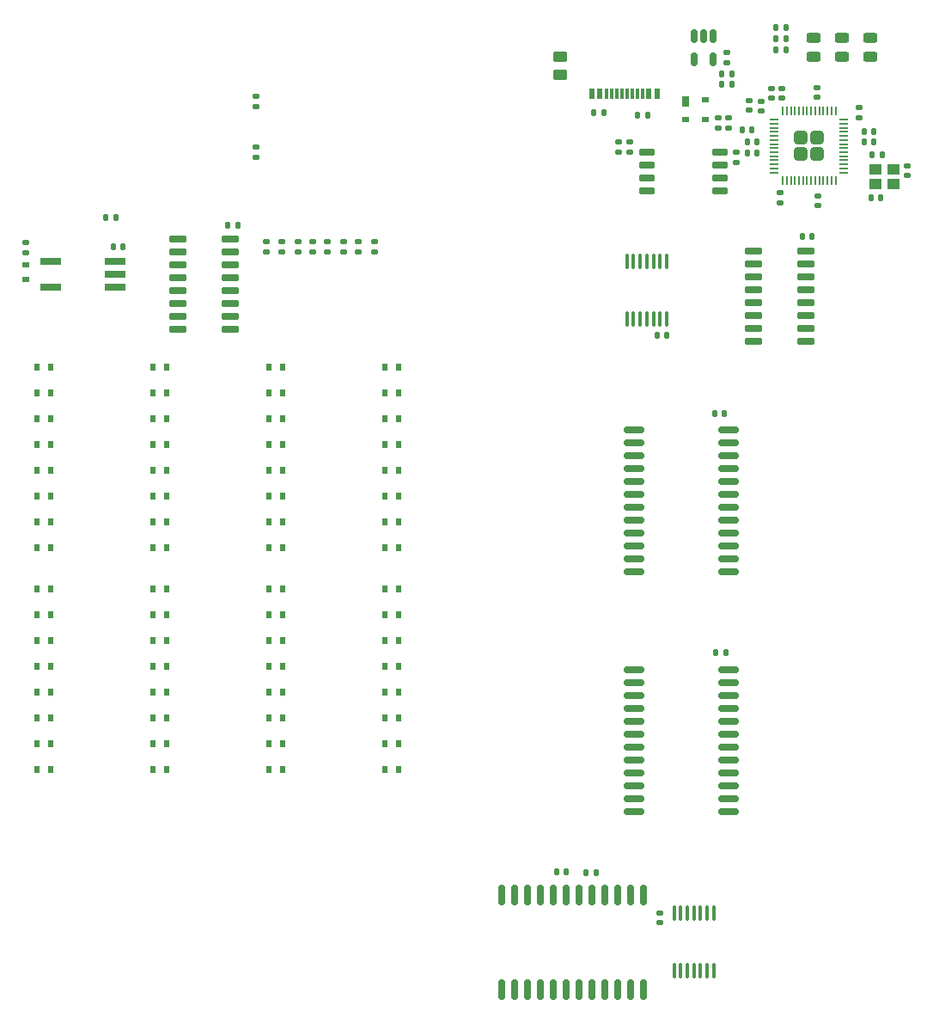
<source format=gtp>
G04 #@! TF.GenerationSoftware,KiCad,Pcbnew,6.0.9*
G04 #@! TF.CreationDate,2022-12-27T21:22:08+01:00*
G04 #@! TF.ProjectId,OpenDeck-r2.2.1,4f70656e-4465-4636-9b2d-72322e322e30,rev?*
G04 #@! TF.SameCoordinates,Original*
G04 #@! TF.FileFunction,Paste,Top*
G04 #@! TF.FilePolarity,Positive*
%FSLAX46Y46*%
G04 Gerber Fmt 4.6, Leading zero omitted, Abs format (unit mm)*
G04 Created by KiCad (PCBNEW 6.0.9) date 2022-12-27 21:22:08*
%MOMM*%
%LPD*%
G01*
G04 APERTURE LIST*
G04 Aperture macros list*
%AMRoundRect*
0 Rectangle with rounded corners*
0 $1 Rounding radius*
0 $2 $3 $4 $5 $6 $7 $8 $9 X,Y pos of 4 corners*
0 Add a 4 corners polygon primitive as box body*
4,1,4,$2,$3,$4,$5,$6,$7,$8,$9,$2,$3,0*
0 Add four circle primitives for the rounded corners*
1,1,$1+$1,$2,$3*
1,1,$1+$1,$4,$5*
1,1,$1+$1,$6,$7*
1,1,$1+$1,$8,$9*
0 Add four rect primitives between the rounded corners*
20,1,$1+$1,$2,$3,$4,$5,0*
20,1,$1+$1,$4,$5,$6,$7,0*
20,1,$1+$1,$6,$7,$8,$9,0*
20,1,$1+$1,$8,$9,$2,$3,0*%
G04 Aperture macros list end*
%ADD10R,0.600000X0.700000*%
%ADD11RoundRect,0.140000X-0.140000X-0.170000X0.140000X-0.170000X0.140000X0.170000X-0.140000X0.170000X0*%
%ADD12RoundRect,0.135000X0.185000X-0.135000X0.185000X0.135000X-0.185000X0.135000X-0.185000X-0.135000X0*%
%ADD13R,0.600000X1.140000*%
%ADD14R,0.300000X1.140000*%
%ADD15RoundRect,0.135000X-0.135000X-0.185000X0.135000X-0.185000X0.135000X0.185000X-0.135000X0.185000X0*%
%ADD16RoundRect,0.150000X-0.875000X-0.150000X0.875000X-0.150000X0.875000X0.150000X-0.875000X0.150000X0*%
%ADD17RoundRect,0.140000X-0.170000X0.140000X-0.170000X-0.140000X0.170000X-0.140000X0.170000X0.140000X0*%
%ADD18RoundRect,0.140000X0.140000X0.170000X-0.140000X0.170000X-0.140000X-0.170000X0.140000X-0.170000X0*%
%ADD19RoundRect,0.150000X0.150000X-0.875000X0.150000X0.875000X-0.150000X0.875000X-0.150000X-0.875000X0*%
%ADD20RoundRect,0.135000X-0.185000X0.135000X-0.185000X-0.135000X0.185000X-0.135000X0.185000X0.135000X0*%
%ADD21RoundRect,0.150000X-0.725000X-0.150000X0.725000X-0.150000X0.725000X0.150000X-0.725000X0.150000X0*%
%ADD22RoundRect,0.243750X0.456250X-0.243750X0.456250X0.243750X-0.456250X0.243750X-0.456250X-0.243750X0*%
%ADD23RoundRect,0.150000X-0.150000X0.512500X-0.150000X-0.512500X0.150000X-0.512500X0.150000X0.512500X0*%
%ADD24R,0.700000X0.600000*%
%ADD25R,0.700000X1.000000*%
%ADD26RoundRect,0.140000X0.170000X-0.140000X0.170000X0.140000X-0.170000X0.140000X-0.170000X-0.140000X0*%
%ADD27RoundRect,0.135000X0.135000X0.185000X-0.135000X0.185000X-0.135000X-0.185000X0.135000X-0.185000X0*%
%ADD28RoundRect,0.249999X0.395001X-0.395001X0.395001X0.395001X-0.395001X0.395001X-0.395001X-0.395001X0*%
%ADD29RoundRect,0.050000X0.050000X-0.387500X0.050000X0.387500X-0.050000X0.387500X-0.050000X-0.387500X0*%
%ADD30RoundRect,0.050000X0.387500X-0.050000X0.387500X0.050000X-0.387500X0.050000X-0.387500X-0.050000X0*%
%ADD31RoundRect,0.150000X-0.650000X-0.150000X0.650000X-0.150000X0.650000X0.150000X-0.650000X0.150000X0*%
%ADD32RoundRect,0.250000X0.450000X-0.262500X0.450000X0.262500X-0.450000X0.262500X-0.450000X-0.262500X0*%
%ADD33R,1.150000X1.000000*%
%ADD34RoundRect,0.100000X-0.100000X0.637500X-0.100000X-0.637500X0.100000X-0.637500X0.100000X0.637500X0*%
%ADD35RoundRect,0.100000X0.100000X-0.637500X0.100000X0.637500X-0.100000X0.637500X-0.100000X-0.637500X0*%
%ADD36R,2.000000X0.640000*%
G04 APERTURE END LIST*
D10*
X141286000Y-126746000D03*
X142686000Y-126746000D03*
X106996000Y-121666000D03*
X108396000Y-121666000D03*
X118426000Y-92202000D03*
X119826000Y-92202000D03*
X141286000Y-97282000D03*
X142686000Y-97282000D03*
D11*
X158220000Y-139400000D03*
X159180000Y-139400000D03*
D12*
X135600000Y-78310000D03*
X135600000Y-77290000D03*
D10*
X106996000Y-97282000D03*
X108396000Y-97282000D03*
X129856000Y-126746000D03*
X131256000Y-126746000D03*
D13*
X168100000Y-62750000D03*
X167300000Y-62750000D03*
D14*
X166150000Y-62750000D03*
X165150000Y-62750000D03*
X164650000Y-62750000D03*
X163650000Y-62750000D03*
D13*
X161700000Y-62750000D03*
X162500000Y-62750000D03*
D14*
X163150000Y-62750000D03*
X164150000Y-62750000D03*
X165650000Y-62750000D03*
X166650000Y-62750000D03*
D10*
X129856000Y-97282000D03*
X131256000Y-97282000D03*
D15*
X179790000Y-56200000D03*
X180810000Y-56200000D03*
D10*
X141286000Y-121666000D03*
X142686000Y-121666000D03*
D16*
X165822100Y-119481600D03*
X165822100Y-120751600D03*
X165822100Y-122021600D03*
X165822100Y-123291600D03*
X165822100Y-124561600D03*
X165822100Y-125831600D03*
X165822100Y-127101600D03*
X165822100Y-128371600D03*
X165822100Y-129641600D03*
X165822100Y-130911600D03*
X165822100Y-132181600D03*
X165822100Y-133451600D03*
X175122100Y-133451600D03*
X175122100Y-132181600D03*
X175122100Y-130911600D03*
X175122100Y-129641600D03*
X175122100Y-128371600D03*
X175122100Y-127101600D03*
X175122100Y-125831600D03*
X175122100Y-124561600D03*
X175122100Y-123291600D03*
X175122100Y-122021600D03*
X175122100Y-120751600D03*
X175122100Y-119481600D03*
D10*
X106996000Y-102362000D03*
X108396000Y-102362000D03*
D17*
X184000000Y-72820000D03*
X184000000Y-73780000D03*
D10*
X118426000Y-104902000D03*
X119826000Y-104902000D03*
D18*
X189480000Y-66500000D03*
X188520000Y-66500000D03*
D19*
X152819100Y-150928600D03*
X154089100Y-150928600D03*
X155359100Y-150928600D03*
X156629100Y-150928600D03*
X157899100Y-150928600D03*
X159169100Y-150928600D03*
X160439100Y-150928600D03*
X161709100Y-150928600D03*
X162979100Y-150928600D03*
X164249100Y-150928600D03*
X165519100Y-150928600D03*
X166789100Y-150928600D03*
X166789100Y-141628600D03*
X165519100Y-141628600D03*
X164249100Y-141628600D03*
X162979100Y-141628600D03*
X161709100Y-141628600D03*
X160439100Y-141628600D03*
X159169100Y-141628600D03*
X157899100Y-141628600D03*
X156629100Y-141628600D03*
X155359100Y-141628600D03*
X154089100Y-141628600D03*
X152819100Y-141628600D03*
D10*
X129856000Y-124206000D03*
X131256000Y-124206000D03*
X106996000Y-126746000D03*
X108396000Y-126746000D03*
X106996000Y-114046000D03*
X108396000Y-114046000D03*
D20*
X128600000Y-62990000D03*
X128600000Y-64010000D03*
D10*
X129856000Y-102362000D03*
X131256000Y-102362000D03*
X141286000Y-116586000D03*
X142686000Y-116586000D03*
X129856000Y-114046000D03*
X131256000Y-114046000D03*
D18*
X126780000Y-75700000D03*
X125820000Y-75700000D03*
D21*
X120907100Y-77063600D03*
X120907100Y-78333600D03*
X120907100Y-79603600D03*
X120907100Y-80873600D03*
X120907100Y-82143600D03*
X120907100Y-83413600D03*
X120907100Y-84683600D03*
X120907100Y-85953600D03*
X126057100Y-85953600D03*
X126057100Y-84683600D03*
X126057100Y-83413600D03*
X126057100Y-82143600D03*
X126057100Y-80873600D03*
X126057100Y-79603600D03*
X126057100Y-78333600D03*
X126057100Y-77063600D03*
D22*
X186300000Y-59137500D03*
X186300000Y-57262500D03*
D23*
X173650000Y-57062500D03*
X172700000Y-57062500D03*
X171750000Y-57062500D03*
X171750000Y-59337500D03*
X173650000Y-59337500D03*
D24*
X105900000Y-79600000D03*
X105900000Y-81000000D03*
D11*
X177020000Y-68600000D03*
X177980000Y-68600000D03*
D10*
X141286000Y-89662000D03*
X142686000Y-89662000D03*
D11*
X173920000Y-117800000D03*
X174880000Y-117800000D03*
D12*
X175200000Y-66110000D03*
X175200000Y-65090000D03*
D25*
X170900000Y-63550000D03*
D24*
X170900000Y-65250000D03*
X172900000Y-65250000D03*
X172900000Y-63350000D03*
D10*
X106996000Y-129286000D03*
X108396000Y-129286000D03*
X118426000Y-121666000D03*
X119826000Y-121666000D03*
X118426000Y-97282000D03*
X119826000Y-97282000D03*
X118426000Y-99822000D03*
X119826000Y-99822000D03*
X129856000Y-89662000D03*
X131256000Y-89662000D03*
D26*
X179400000Y-63180000D03*
X179400000Y-62220000D03*
D10*
X141286000Y-107442000D03*
X142686000Y-107442000D03*
X141286000Y-104902000D03*
X142686000Y-104902000D03*
X141286000Y-114046000D03*
X142686000Y-114046000D03*
D11*
X189220000Y-73000000D03*
X190180000Y-73000000D03*
D10*
X129856000Y-119126000D03*
X131256000Y-119126000D03*
D12*
X137200000Y-78310000D03*
X137200000Y-77290000D03*
D10*
X141286000Y-119126000D03*
X142686000Y-119126000D03*
X118426000Y-114046000D03*
X119826000Y-114046000D03*
X106996000Y-111506000D03*
X108396000Y-111506000D03*
D18*
X177980000Y-67500000D03*
X177020000Y-67500000D03*
D10*
X106996000Y-99822000D03*
X108396000Y-99822000D03*
X129856000Y-104902000D03*
X131256000Y-104902000D03*
D11*
X182400000Y-76800000D03*
X183360000Y-76800000D03*
D16*
X165822100Y-95859600D03*
X165822100Y-97129600D03*
X165822100Y-98399600D03*
X165822100Y-99669600D03*
X165822100Y-100939600D03*
X165822100Y-102209600D03*
X165822100Y-103479600D03*
X165822100Y-104749600D03*
X165822100Y-106019600D03*
X165822100Y-107289600D03*
X165822100Y-108559600D03*
X165822100Y-109829600D03*
X175122100Y-109829600D03*
X175122100Y-108559600D03*
X175122100Y-107289600D03*
X175122100Y-106019600D03*
X175122100Y-104749600D03*
X175122100Y-103479600D03*
X175122100Y-102209600D03*
X175122100Y-100939600D03*
X175122100Y-99669600D03*
X175122100Y-98399600D03*
X175122100Y-97129600D03*
X175122100Y-95859600D03*
D26*
X168400000Y-144380000D03*
X168400000Y-143420000D03*
D10*
X141286000Y-92202000D03*
X142686000Y-92202000D03*
D11*
X173802100Y-94208600D03*
X174762100Y-94208600D03*
D10*
X129856000Y-121666000D03*
X131256000Y-121666000D03*
D12*
X140300000Y-78310000D03*
X140300000Y-77290000D03*
D18*
X177480000Y-66300000D03*
X176520000Y-66300000D03*
D17*
X175900000Y-68520000D03*
X175900000Y-69480000D03*
D10*
X118426000Y-116586000D03*
X119826000Y-116586000D03*
X129856000Y-92202000D03*
X131256000Y-92202000D03*
X141286000Y-99822000D03*
X142686000Y-99822000D03*
D22*
X183500000Y-59137500D03*
X183500000Y-57262500D03*
D10*
X106996000Y-94742000D03*
X108396000Y-94742000D03*
D17*
X180200000Y-72520000D03*
X180200000Y-73480000D03*
D12*
X132700000Y-78310000D03*
X132700000Y-77290000D03*
D10*
X106996000Y-119126000D03*
X108396000Y-119126000D03*
D26*
X183900000Y-63080000D03*
X183900000Y-62120000D03*
D12*
X131100000Y-78310000D03*
X131100000Y-77290000D03*
D10*
X118426000Y-89662000D03*
X119826000Y-89662000D03*
D27*
X162910000Y-64600000D03*
X161890000Y-64600000D03*
D26*
X178400000Y-64480000D03*
X178400000Y-63520000D03*
D28*
X182300000Y-68700000D03*
X182300000Y-67100000D03*
X183900000Y-67100000D03*
X183900000Y-68700000D03*
D29*
X180500000Y-71337500D03*
X180900000Y-71337500D03*
X181300000Y-71337500D03*
X181700000Y-71337500D03*
X182100000Y-71337500D03*
X182500000Y-71337500D03*
X182900000Y-71337500D03*
X183300000Y-71337500D03*
X183700000Y-71337500D03*
X184100000Y-71337500D03*
X184500000Y-71337500D03*
X184900000Y-71337500D03*
X185300000Y-71337500D03*
X185700000Y-71337500D03*
D30*
X186537500Y-70500000D03*
X186537500Y-70100000D03*
X186537500Y-69700000D03*
X186537500Y-69300000D03*
X186537500Y-68900000D03*
X186537500Y-68500000D03*
X186537500Y-68100000D03*
X186537500Y-67700000D03*
X186537500Y-67300000D03*
X186537500Y-66900000D03*
X186537500Y-66500000D03*
X186537500Y-66100000D03*
X186537500Y-65700000D03*
X186537500Y-65300000D03*
D29*
X185700000Y-64462500D03*
X185300000Y-64462500D03*
X184900000Y-64462500D03*
X184500000Y-64462500D03*
X184100000Y-64462500D03*
X183700000Y-64462500D03*
X183300000Y-64462500D03*
X182900000Y-64462500D03*
X182500000Y-64462500D03*
X182100000Y-64462500D03*
X181700000Y-64462500D03*
X181300000Y-64462500D03*
X180900000Y-64462500D03*
X180500000Y-64462500D03*
D30*
X179662500Y-65300000D03*
X179662500Y-65700000D03*
X179662500Y-66100000D03*
X179662500Y-66500000D03*
X179662500Y-66900000D03*
X179662500Y-67300000D03*
X179662500Y-67700000D03*
X179662500Y-68100000D03*
X179662500Y-68500000D03*
X179662500Y-68900000D03*
X179662500Y-69300000D03*
X179662500Y-69700000D03*
X179662500Y-70100000D03*
X179662500Y-70500000D03*
D10*
X129856000Y-107442000D03*
X131256000Y-107442000D03*
D15*
X179790000Y-58400000D03*
X180810000Y-58400000D03*
D10*
X118426000Y-111506000D03*
X119826000Y-111506000D03*
X118426000Y-129286000D03*
X119826000Y-129286000D03*
X106996000Y-92202000D03*
X108396000Y-92202000D03*
D15*
X166190000Y-64900000D03*
X167210000Y-64900000D03*
D10*
X141286000Y-102362000D03*
X142686000Y-102362000D03*
X129856000Y-99822000D03*
X131256000Y-99822000D03*
X141286000Y-124206000D03*
X142686000Y-124206000D03*
D20*
X165400000Y-67490000D03*
X165400000Y-68510000D03*
D10*
X118426000Y-124206000D03*
X119826000Y-124206000D03*
D20*
X105900000Y-77390000D03*
X105900000Y-78410000D03*
D21*
X177625000Y-78255000D03*
X177625000Y-79525000D03*
X177625000Y-80795000D03*
X177625000Y-82065000D03*
X177625000Y-83335000D03*
X177625000Y-84605000D03*
X177625000Y-85875000D03*
X177625000Y-87145000D03*
X182775000Y-87145000D03*
X182775000Y-85875000D03*
X182775000Y-84605000D03*
X182775000Y-83335000D03*
X182775000Y-82065000D03*
X182775000Y-80795000D03*
X182775000Y-79525000D03*
X182775000Y-78255000D03*
D12*
X164300000Y-68510000D03*
X164300000Y-67490000D03*
D15*
X179790000Y-57300000D03*
X180810000Y-57300000D03*
D10*
X106996000Y-107442000D03*
X108396000Y-107442000D03*
X141286000Y-94742000D03*
X142686000Y-94742000D03*
D31*
X167100000Y-68495000D03*
X167100000Y-69765000D03*
X167100000Y-71035000D03*
X167100000Y-72305000D03*
X174300000Y-72305000D03*
X174300000Y-71035000D03*
X174300000Y-69765000D03*
X174300000Y-68495000D03*
D10*
X129856000Y-111506000D03*
X131256000Y-111506000D03*
X141286000Y-111506000D03*
X142686000Y-111506000D03*
X118426000Y-102362000D03*
X119826000Y-102362000D03*
D32*
X158600000Y-60912500D03*
X158600000Y-59087500D03*
D10*
X118426000Y-94742000D03*
X119826000Y-94742000D03*
D33*
X189625000Y-71600000D03*
X191375000Y-71600000D03*
X191375000Y-70200000D03*
X189625000Y-70200000D03*
D17*
X177200000Y-63420000D03*
X177200000Y-64380000D03*
D12*
X134200000Y-78310000D03*
X134200000Y-77290000D03*
D10*
X118426000Y-119126000D03*
X119826000Y-119126000D03*
D18*
X175480000Y-60800000D03*
X174520000Y-60800000D03*
D20*
X188000000Y-64090000D03*
X188000000Y-65110000D03*
D10*
X129856000Y-94742000D03*
X131256000Y-94742000D03*
D27*
X190310000Y-68800000D03*
X189290000Y-68800000D03*
D10*
X106996000Y-116586000D03*
X108396000Y-116586000D03*
D12*
X128600000Y-69010000D03*
X128600000Y-67990000D03*
D10*
X106996000Y-104902000D03*
X108396000Y-104902000D03*
D34*
X169050000Y-79237500D03*
X168400000Y-79237500D03*
X167750000Y-79237500D03*
X167100000Y-79237500D03*
X166450000Y-79237500D03*
X165800000Y-79237500D03*
X165150000Y-79237500D03*
X165150000Y-84962500D03*
X165800000Y-84962500D03*
X166450000Y-84962500D03*
X167100000Y-84962500D03*
X167750000Y-84962500D03*
X168400000Y-84962500D03*
X169050000Y-84962500D03*
D10*
X118426000Y-126746000D03*
X119826000Y-126746000D03*
D11*
X114520000Y-77800000D03*
X115480000Y-77800000D03*
D18*
X175460000Y-61800000D03*
X174500000Y-61800000D03*
D10*
X106996000Y-89662000D03*
X108396000Y-89662000D03*
D17*
X175000000Y-58720000D03*
X175000000Y-59680000D03*
D11*
X168120000Y-86500000D03*
X169080000Y-86500000D03*
D26*
X180400000Y-63180000D03*
X180400000Y-62220000D03*
D10*
X129856000Y-116586000D03*
X131256000Y-116586000D03*
D11*
X188520000Y-67500000D03*
X189480000Y-67500000D03*
D10*
X106996000Y-124206000D03*
X108396000Y-124206000D03*
D12*
X138700000Y-78310000D03*
X138700000Y-77290000D03*
D35*
X169792100Y-149141100D03*
X170442100Y-149141100D03*
X171092100Y-149141100D03*
X171742100Y-149141100D03*
X172392100Y-149141100D03*
X173042100Y-149141100D03*
X173692100Y-149141100D03*
X173692100Y-143416100D03*
X173042100Y-143416100D03*
X172392100Y-143416100D03*
X171742100Y-143416100D03*
X171092100Y-143416100D03*
X170442100Y-143416100D03*
X169792100Y-143416100D03*
D27*
X162092100Y-139420600D03*
X161072100Y-139420600D03*
D12*
X129600000Y-78310000D03*
X129600000Y-77290000D03*
D10*
X141286000Y-129286000D03*
X142686000Y-129286000D03*
D27*
X114810000Y-74900000D03*
X113790000Y-74900000D03*
D10*
X129856000Y-129286000D03*
X131256000Y-129286000D03*
D22*
X189100000Y-59137500D03*
X189100000Y-57262500D03*
D12*
X174100000Y-66110000D03*
X174100000Y-65090000D03*
D36*
X108394100Y-79222600D03*
X108394100Y-81762600D03*
X114694100Y-81762600D03*
X114694100Y-80492600D03*
X114694100Y-79222600D03*
D26*
X192800000Y-70780000D03*
X192800000Y-69820000D03*
D10*
X118426000Y-107442000D03*
X119826000Y-107442000D03*
M02*

</source>
